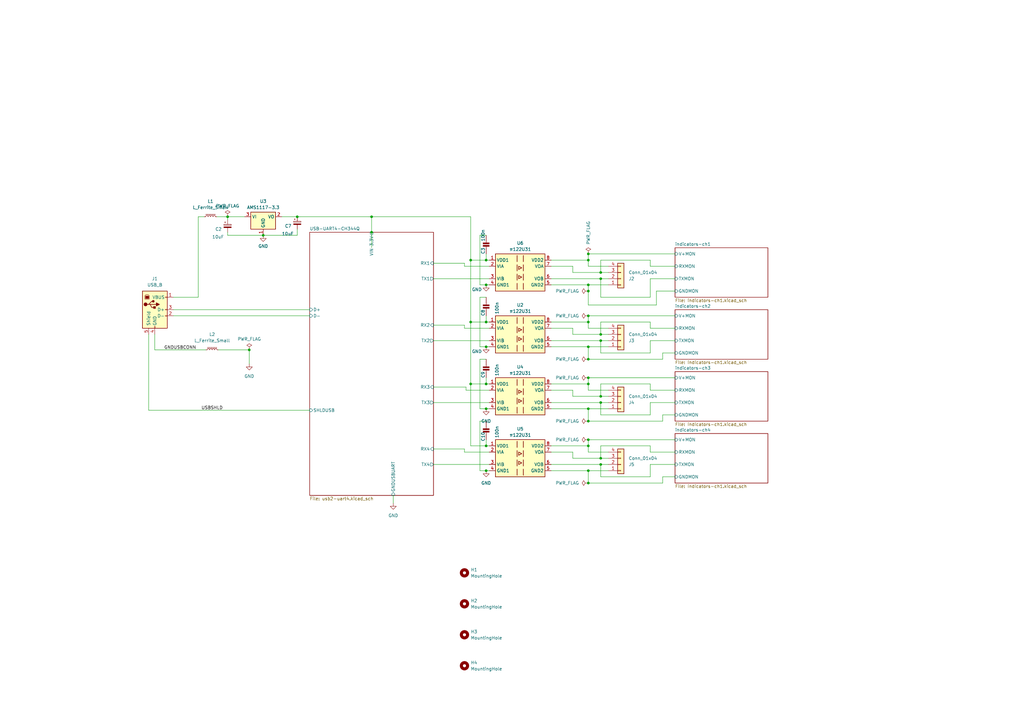
<source format=kicad_sch>
(kicad_sch (version 20230121) (generator eeschema)
  (paper "A3")
  (lib_symbols
    (symbol "Connector:USB_B" (pin_names (offset 1.016))
      (property "Reference" "J" (at -5.08 11.43 0))
      (property "Value" "USB_B" (at -5.08 8.89 0))
      (symbol "USB_B_0_1"
        (rectangle (start -5.08 -7.62) (end 5.08 7.62) (stroke (width 0.254)) (fill (type background)))
        (circle (center -3.81 2.159) (radius 0.635) (stroke (width 0.254)) (fill (type outline)))
        (rectangle (start -3.81 5.588) (end -2.54 4.572) (fill (type outline)))
        (circle (center -0.635 3.429) (radius 0.381) (stroke (width 0.254)) (fill (type outline)))
        (rectangle (start -0.127 -7.62) (end 0.127 -6.858))
        (polyline (pts (xy -1.905 2.159) (xy 0.635 2.159)) (stroke (width 0.254)))
        (polyline (pts (xy -3.175 2.159) (xy -2.54 2.159) (xy -1.27 3.429) (xy -0.635 3.429)) (stroke (width 0.254)))
        (polyline (pts (xy -2.54 2.159) (xy -1.905 2.159) (xy -1.27 0.889) (xy 0 0.889)) (stroke (width 0.254)))
        (polyline (pts (xy 0.635 2.794) (xy 0.635 1.524) (xy 1.905 2.159) (xy 0.635 2.794)) (stroke (width 0.254)) (fill (type outline)))
        (polyline (pts (xy -4.064 4.318) (xy -2.286 4.318) (xy -2.286 5.715) (xy -2.667 6.096) (xy -3.683 6.096) (xy -4.064 5.715) (xy -4.064 4.318)))
        (rectangle (start 0.254 1.27) (end -0.508 0.508) (stroke (width 0.254)) (fill (type outline)))
        (rectangle (start 5.08 -2.667) (end 4.318 -2.413))
        (rectangle (start 5.08 -0.127) (end 4.318 0.127))
        (rectangle (start 5.08 4.953) (end 4.318 5.207))
      )
      (symbol "USB_B_1_1"
        (pin power_out line (at 7.62 5.08 180) (length 2.54) (name "VBUS") (number "1"))
        (pin bidirectional line (at 7.62 -2.54 180) (length 2.54) (name "D-") (number "2"))
        (pin bidirectional line (at 7.62 0 180) (length 2.54) (name "D+") (number "3"))
        (pin power_out line (at 0 -10.16 90) (length 2.54) (name "GND") (number "4"))
        (pin passive line (at -2.54 -10.16 90) (length 2.54) (name "Shield") (number "5"))
      )
    )
    (symbol "Connector_Generic:Conn_01x04" (pin_names (offset 1.016) hide)
      (property "Reference" "J" (at 0 5.08 0))
      (property "Value" "Conn_01x04" (at 0 -7.62 0))
      (symbol "Conn_01x04_1_1"
        (rectangle (start -1.27 -4.953) (end 0 -5.207) (stroke (width 0.1524)))
        (rectangle (start -1.27 -2.413) (end 0 -2.667) (stroke (width 0.1524)))
        (rectangle (start -1.27 0.127) (end 0 -0.127) (stroke (width 0.1524)))
        (rectangle (start -1.27 2.667) (end 0 2.413) (stroke (width 0.1524)))
        (rectangle (start -1.27 3.81) (end 1.27 -6.35) (stroke (width 0.254)) (fill (type background)))
        (pin passive line (at -5.08 2.54 0) (length 3.81) (name "Pin_1") (number "1"))
        (pin passive line (at -5.08 0 0) (length 3.81) (name "Pin_2") (number "2"))
        (pin passive line (at -5.08 -2.54 0) (length 3.81) (name "Pin_3") (number "3"))
        (pin passive line (at -5.08 -5.08 0) (length 3.81) (name "Pin_4") (number "4"))
      )
    )
    (symbol "Device:C_Polarized_Small" (pin_numbers hide) (pin_names (offset 0.254) hide)
      (property "Reference" "C" (at 0.254 1.778 0))
      (property "Value" "C_Polarized_Small" (at 0.254 -2.032 0))
      (symbol "C_Polarized_Small_0_1"
        (rectangle (start -1.524 -0.3048) (end 1.524 -0.6858) (fill (type outline)))
        (rectangle (start -1.524 0.6858) (end 1.524 0.3048))
        (polyline (pts (xy -1.27 1.524) (xy -0.762 1.524)))
        (polyline (pts (xy -1.016 1.27) (xy -1.016 1.778)))
      )
      (symbol "C_Polarized_Small_1_1"
        (pin passive line (at 0 2.54 270) (length 1.8542) (name "~") (number "1"))
        (pin passive line (at 0 -2.54 90) (length 1.8542) (name "~") (number "2"))
      )
    )
    (symbol "Device:L_Ferrite_Small" (pin_numbers hide) (pin_names (offset 0.254) hide)
      (property "Reference" "L" (at 1.27 1.016 0))
      (property "Value" "L_Ferrite_Small" (at 1.27 -1.27 0))
      (symbol "L_Ferrite_Small_0_1"
        (arc (start 0 -2.032) (mid 0.5058 -1.524) (end 0 -1.016))
        (arc (start 0 -1.016) (mid 0.5058 -0.508) (end 0 0))
        (polyline (pts (xy 0.762 -1.905) (xy 0.762 -1.651)))
        (polyline (pts (xy 0.762 -1.397) (xy 0.762 -1.143)))
        (polyline (pts (xy 0.762 -0.889) (xy 0.762 -0.635)))
        (polyline (pts (xy 0.762 -0.381) (xy 0.762 -0.127)))
        (polyline (pts (xy 0.762 0.127) (xy 0.762 0.381)))
        (polyline (pts (xy 0.762 0.635) (xy 0.762 0.889)))
        (polyline (pts (xy 0.762 1.143) (xy 0.762 1.397)))
        (polyline (pts (xy 0.762 1.651) (xy 0.762 1.905)))
        (polyline (pts (xy 1.016 -1.651) (xy 1.016 -1.905)))
        (polyline (pts (xy 1.016 -1.143) (xy 1.016 -1.397)))
        (polyline (pts (xy 1.016 -0.635) (xy 1.016 -0.889)))
        (polyline (pts (xy 1.016 -0.127) (xy 1.016 -0.381)))
        (polyline (pts (xy 1.016 0.381) (xy 1.016 0.127)))
        (polyline (pts (xy 1.016 0.889) (xy 1.016 0.635)))
        (polyline (pts (xy 1.016 1.397) (xy 1.016 1.143)))
        (polyline (pts (xy 1.016 1.905) (xy 1.016 1.651)))
        (arc (start 0 0) (mid 0.5058 0.508) (end 0 1.016))
        (arc (start 0 1.016) (mid 0.5058 1.524) (end 0 2.032))
      )
      (symbol "L_Ferrite_Small_1_1"
        (pin passive line (at 0 2.54 270) (length 0.508) (name "~") (number "1"))
        (pin passive line (at 0 -2.54 90) (length 0.508) (name "~") (number "2"))
      )
    )
    (symbol "H_passives:CAP_NP" (pin_names (offset 1.016))
      (property "Reference" "C" (at -2.286 -0.0254 90))
      (property "Value" "CAP_NP" (at 2.286 -0.0254 90))
      (symbol "CAP_NP_1_0"
        (rectangle (start -1.27 -0.762) (end 1.27 -0.254) (fill (type outline)))
        (rectangle (start -1.27 0.254) (end 1.27 0.762) (fill (type outline)))
        (polyline (pts (xy 0 -0.508) (xy 0 -1.27)))
        (polyline (pts (xy 0 1.27) (xy 0 0.508)))
        (pin passive line (at 0 3.81 270) (length 2.54) (name "1") (number "1"))
        (pin passive line (at 0 -3.81 90) (length 2.54) (name "2") (number "2"))
      )
    )
    (symbol "Isolator:π120U31"
      (property "Reference" "U" (at -10.16 8.89 0))
      (property "Value" "π120U31" (at -2.032 8.89 0))
      (symbol "π120U31_0_1"
        (rectangle (start -10.16 7.62) (end 10.16 -7.62) (stroke (width 0.254)) (fill (type background)))
        (polyline (pts (xy -1.27 -4.445) (xy -1.27 -6.985)) (stroke (width 0.254)))
        (polyline (pts (xy -1.27 -0.635) (xy -1.27 -3.175)) (stroke (width 0.254)))
        (polyline (pts (xy -1.27 3.175) (xy -1.27 0.635)) (stroke (width 0.254)))
        (polyline (pts (xy -1.27 6.985) (xy -1.27 4.445)) (stroke (width 0.254)))
        (polyline (pts (xy 1.27 -4.445) (xy 1.27 -6.985)) (stroke (width 0.254)))
        (polyline (pts (xy 1.27 -0.635) (xy 1.27 -3.175)) (stroke (width 0.254)))
        (polyline (pts (xy 1.27 3.175) (xy 1.27 0.635)) (stroke (width 0.254)))
        (polyline (pts (xy 1.27 6.985) (xy 1.27 4.445)) (stroke (width 0.254)))
        (polyline (pts (xy -0.635 -1.27) (xy -0.635 -2.54) (xy 0.635 -1.905) (xy -0.635 -1.27)) (stroke (width 0.254)))
        (polyline (pts (xy -0.635 1.27) (xy 0.635 1.905) (xy -0.635 2.54) (xy -0.635 1.27)) (stroke (width 0.254)))
      )
      (symbol "π120U31_1_1"
        (pin power_in line (at -12.7 5.08 0) (length 2.54) (name "VDD1") (number "1"))
        (pin input line (at -12.7 2.54 0) (length 2.54) (name "VIA") (number "2"))
        (pin input line (at -12.7 -2.54 0) (length 2.54) (name "VIB") (number "3"))
        (pin power_in line (at -12.7 -5.08 0) (length 2.54) (name "GND1") (number "4"))
        (pin power_in line (at 12.7 -5.08 180) (length 2.54) (name "GND2") (number "5"))
        (pin output line (at 12.7 -2.54 180) (length 2.54) (name "VOB") (number "6"))
        (pin output line (at 12.7 2.54 180) (length 2.54) (name "VOA") (number "7"))
        (pin power_in line (at 12.7 5.08 180) (length 2.54) (name "VDD2") (number "8"))
      )
    )
    (symbol "Mechanical:MountingHole" (pin_names (offset 1.016))
      (property "Reference" "H" (at 0 5.08 0))
      (property "Value" "MountingHole" (at 0 3.175 0))
      (symbol "MountingHole_0_1"
        (circle (center 0 0) (radius 1.27) (stroke (width 1.27)))
      )
    )
    (symbol "Regulator_Linear:AMS1117-3.3"
      (property "Reference" "U" (at -3.81 3.175 0))
      (property "Value" "AMS1117-3.3" (at 0 3.175 0))
      (symbol "AMS1117-3.3_0_1"
        (rectangle (start -5.08 -5.08) (end 5.08 1.905) (stroke (width 0.254)) (fill (type background)))
      )
      (symbol "AMS1117-3.3_1_1"
        (pin power_in line (at 0 -7.62 90) (length 2.54) (name "GND") (number "1"))
        (pin power_out line (at 7.62 0 180) (length 2.54) (name "VO") (number "2"))
        (pin power_in line (at -7.62 0 0) (length 2.54) (name "VI") (number "3"))
      )
    )
    (symbol "power:GND" (power) (pin_names (offset 0))
      (property "Value" "GND" (at 0 -3.81 0))
      (symbol "GND_0_1"
        (polyline (pts (xy 0 0) (xy 0 -1.27) (xy 1.27 -1.27) (xy 0 -2.54) (xy -1.27 -1.27) (xy 0 -1.27)))
      )
      (symbol "GND_1_1"
        (pin power_in line (at 0 0 270) (length 0) hide (name "GND") (number "1"))
      )
    )
    (symbol "power:PWR_FLAG" (power) (pin_numbers hide) (pin_names (offset 0) hide)
      (property "Value" "PWR_FLAG" (at 0 3.81 0))
      (symbol "PWR_FLAG_0_0"
        (pin power_out line (at 0 0 90) (length 0) (name "pwr") (number "1"))
      )
      (symbol "PWR_FLAG_0_1"
        (polyline (pts (xy 0 0) (xy 0 1.27) (xy -1.016 1.905) (xy 0 2.54) (xy 1.016 1.905) (xy 0 1.27)))
      )
    )
  )
  (junction (at 199.39 167.64))
  (junction (at 241.3 193.04))
  (junction (at 246.38 137.16))
  (junction (at 241.3 180.34))
  (junction (at 241.3 106.68))
  (junction (at 246.38 190.5))
  (junction (at 241.3 154.94))
  (junction (at 241.3 104.14))
  (junction (at 199.39 132.08))
  (junction (at 193.04 132.08))
  (junction (at 246.38 165.1))
  (junction (at 107.95 96.52))
  (junction (at 241.3 116.84))
  (junction (at 199.39 157.48))
  (junction (at 241.3 142.24))
  (junction (at 246.38 111.76))
  (junction (at 241.3 167.64))
  (junction (at 199.39 182.88))
  (junction (at 193.04 157.48))
  (junction (at 121.92 88.9))
  (junction (at 241.3 157.48))
  (junction (at 199.39 116.84))
  (junction (at 199.39 193.04))
  (junction (at 199.39 106.68))
  (junction (at 241.3 119.38))
  (junction (at 241.3 198.12))
  (junction (at 241.3 132.08))
  (junction (at 93.345 88.9))
  (junction (at 152.4 95.25))
  (junction (at 102.235 143.51))
  (junction (at 241.3 147.32))
  (junction (at 246.38 162.56))
  (junction (at 199.39 142.24))
  (junction (at 241.3 129.54))
  (junction (at 246.38 114.3))
  (junction (at 241.3 182.88))
  (junction (at 193.04 106.68))
  (junction (at 246.38 187.96))
  (junction (at 152.4 88.9))
  (junction (at 241.3 172.72))
  (junction (at 246.38 139.7))
  (wire (pts (xy 71.12 127) (xy 127 127)))
  (wire (pts (xy 177.8 107.95) (xy 190.5 107.95)))
  (wire (pts (xy 241.3 104.14) (xy 241.3 106.68)))
  (wire (pts (xy 71.12 129.54) (xy 127 129.54)))
  (wire (pts (xy 81.28 88.9) (xy 83.82 88.9)))
  (wire (pts (xy 246.38 106.68) (xy 246.38 111.76)))
  (wire (pts (xy 234.95 111.76) (xy 246.38 111.76)))
  (wire (pts (xy 246.38 139.7) (xy 249.555 139.7)))
  (wire (pts (xy 196.85 121.92) (xy 199.39 121.92)))
  (wire (pts (xy 199.39 157.48) (xy 200.66 157.48)))
  (wire (pts (xy 241.3 198.12) (xy 241.3 193.04)))
  (wire (pts (xy 196.85 116.84) (xy 199.39 116.84)))
  (wire (pts (xy 241.3 116.84) (xy 249.555 116.84)))
  (wire (pts (xy 246.38 165.1) (xy 249.555 165.1)))
  (wire (pts (xy 196.85 142.24) (xy 199.39 142.24)))
  (wire (pts (xy 226.06 109.22) (xy 234.95 109.22)))
  (wire (pts (xy 121.92 93.98) (xy 121.92 96.52)))
  (wire (pts (xy 161.29 203.2) (xy 161.29 206.375)))
  (wire (pts (xy 266.7 157.48) (xy 246.38 157.48)))
  (wire (pts (xy 196.85 147.32) (xy 199.39 147.32)))
  (wire (pts (xy 269.24 125.095) (xy 241.3 125.095)))
  (wire (pts (xy 190.5 184.15) (xy 177.8 184.15)))
  (wire (pts (xy 266.7 190.5) (xy 266.7 195.58)))
  (wire (pts (xy 177.8 114.3) (xy 200.66 114.3)))
  (wire (pts (xy 226.06 132.08) (xy 241.3 132.08)))
  (wire (pts (xy 234.95 185.42) (xy 234.95 187.96)))
  (wire (pts (xy 276.86 165.1) (xy 266.7 165.1)))
  (wire (pts (xy 177.8 190.5) (xy 200.66 190.5)))
  (wire (pts (xy 266.7 114.3) (xy 266.7 121.92)))
  (wire (pts (xy 226.06 139.7) (xy 246.38 139.7)))
  (wire (pts (xy 191.135 158.75) (xy 191.135 160.02)))
  (wire (pts (xy 241.3 109.22) (xy 241.3 106.68)))
  (wire (pts (xy 226.06 167.64) (xy 241.3 167.64)))
  (wire (pts (xy 102.235 143.51) (xy 102.235 149.225)))
  (wire (pts (xy 199.39 129.54) (xy 199.39 132.08)))
  (wire (pts (xy 241.3 125.095) (xy 241.3 119.38)))
  (wire (pts (xy 271.78 195.58) (xy 271.78 198.12)))
  (wire (pts (xy 276.86 114.3) (xy 266.7 114.3)))
  (wire (pts (xy 88.9 88.9) (xy 93.345 88.9)))
  (wire (pts (xy 246.38 162.56) (xy 249.555 162.56)))
  (wire (pts (xy 193.04 132.08) (xy 199.39 132.08)))
  (wire (pts (xy 241.3 142.24) (xy 241.3 147.32)))
  (wire (pts (xy 266.7 132.08) (xy 246.38 132.08)))
  (wire (pts (xy 196.85 167.64) (xy 199.39 167.64)))
  (wire (pts (xy 241.3 154.94) (xy 276.86 154.94)))
  (wire (pts (xy 121.92 88.9) (xy 152.4 88.9)))
  (wire (pts (xy 226.06 114.3) (xy 246.38 114.3)))
  (wire (pts (xy 266.7 106.68) (xy 246.38 106.68)))
  (wire (pts (xy 271.78 144.78) (xy 271.78 147.32)))
  (wire (pts (xy 199.39 132.08) (xy 200.66 132.08)))
  (wire (pts (xy 196.85 172.72) (xy 199.39 172.72)))
  (wire (pts (xy 93.345 90.17) (xy 93.345 88.9)))
  (wire (pts (xy 246.38 187.96) (xy 249.555 187.96)))
  (wire (pts (xy 276.86 195.58) (xy 271.78 195.58)))
  (wire (pts (xy 115.57 88.9) (xy 121.92 88.9)))
  (wire (pts (xy 196.85 172.72) (xy 196.85 193.04)))
  (wire (pts (xy 190.5 107.95) (xy 190.5 109.22)))
  (wire (pts (xy 121.92 96.52) (xy 107.95 96.52)))
  (wire (pts (xy 276.86 144.78) (xy 271.78 144.78)))
  (wire (pts (xy 226.06 134.62) (xy 234.95 134.62)))
  (wire (pts (xy 266.7 160.02) (xy 266.7 157.48)))
  (wire (pts (xy 193.04 182.88) (xy 193.04 157.48)))
  (wire (pts (xy 241.3 182.88) (xy 241.3 180.34)))
  (wire (pts (xy 266.7 134.62) (xy 266.7 132.08)))
  (wire (pts (xy 93.345 88.9) (xy 100.33 88.9)))
  (wire (pts (xy 269.24 119.38) (xy 269.24 125.095)))
  (wire (pts (xy 246.38 165.1) (xy 246.38 170.18)))
  (wire (pts (xy 266.7 182.88) (xy 246.38 182.88)))
  (wire (pts (xy 226.06 185.42) (xy 234.95 185.42)))
  (wire (pts (xy 177.8 139.7) (xy 200.66 139.7)))
  (wire (pts (xy 241.3 167.64) (xy 249.555 167.64)))
  (wire (pts (xy 241.3 185.42) (xy 241.3 182.88)))
  (wire (pts (xy 241.3 154.94) (xy 241.3 157.48)))
  (wire (pts (xy 200.66 182.88) (xy 199.39 182.88)))
  (wire (pts (xy 102.235 143.51) (xy 89.535 143.51)))
  (wire (pts (xy 199.39 96.52) (xy 196.85 96.52)))
  (wire (pts (xy 241.3 185.42) (xy 249.555 185.42)))
  (wire (pts (xy 276.86 190.5) (xy 266.7 190.5)))
  (wire (pts (xy 190.5 134.62) (xy 200.66 134.62)))
  (wire (pts (xy 152.4 88.9) (xy 152.4 95.25)))
  (wire (pts (xy 93.345 95.25) (xy 93.345 96.52)))
  (wire (pts (xy 190.5 185.42) (xy 190.5 184.15)))
  (wire (pts (xy 276.86 170.18) (xy 271.78 170.18)))
  (wire (pts (xy 199.39 193.04) (xy 200.66 193.04)))
  (wire (pts (xy 241.3 157.48) (xy 226.06 157.48)))
  (wire (pts (xy 152.4 95.25) (xy 152.4 101.6)))
  (wire (pts (xy 266.7 144.78) (xy 246.38 144.78)))
  (wire (pts (xy 193.04 157.48) (xy 193.04 132.08)))
  (wire (pts (xy 266.7 109.22) (xy 266.7 106.68)))
  (wire (pts (xy 199.39 104.14) (xy 199.39 106.68)))
  (wire (pts (xy 193.04 106.68) (xy 193.04 88.9)))
  (wire (pts (xy 234.95 160.02) (xy 234.95 162.56)))
  (wire (pts (xy 271.78 170.18) (xy 271.78 172.72)))
  (wire (pts (xy 271.78 172.72) (xy 241.3 172.72)))
  (wire (pts (xy 246.38 114.3) (xy 249.555 114.3)))
  (wire (pts (xy 226.06 160.02) (xy 234.95 160.02)))
  (wire (pts (xy 234.95 162.56) (xy 246.38 162.56)))
  (wire (pts (xy 190.5 185.42) (xy 200.66 185.42)))
  (wire (pts (xy 241.3 167.64) (xy 241.3 172.72)))
  (wire (pts (xy 246.38 182.88) (xy 246.38 187.96)))
  (wire (pts (xy 241.3 119.38) (xy 241.3 116.84)))
  (wire (pts (xy 246.38 111.76) (xy 249.555 111.76)))
  (wire (pts (xy 177.8 165.1) (xy 200.66 165.1)))
  (wire (pts (xy 226.06 142.24) (xy 241.3 142.24)))
  (wire (pts (xy 271.78 198.12) (xy 241.3 198.12)))
  (wire (pts (xy 234.95 187.96) (xy 246.38 187.96)))
  (wire (pts (xy 226.06 116.84) (xy 241.3 116.84)))
  (wire (pts (xy 199.39 116.84) (xy 200.66 116.84)))
  (wire (pts (xy 199.39 154.94) (xy 199.39 157.48)))
  (wire (pts (xy 60.96 168.275) (xy 127 168.275)))
  (wire (pts (xy 241.3 180.34) (xy 276.86 180.34)))
  (wire (pts (xy 241.3 182.88) (xy 226.06 182.88)))
  (wire (pts (xy 276.86 109.22) (xy 266.7 109.22)))
  (wire (pts (xy 60.96 137.16) (xy 60.96 168.275)))
  (wire (pts (xy 226.06 165.1) (xy 246.38 165.1)))
  (wire (pts (xy 271.78 147.32) (xy 241.3 147.32)))
  (wire (pts (xy 196.85 121.92) (xy 196.85 142.24)))
  (wire (pts (xy 246.38 132.08) (xy 246.38 137.16)))
  (wire (pts (xy 276.86 160.02) (xy 266.7 160.02)))
  (wire (pts (xy 241.3 104.14) (xy 276.86 104.14)))
  (wire (pts (xy 246.38 190.5) (xy 246.38 195.58)))
  (wire (pts (xy 199.39 142.24) (xy 200.66 142.24)))
  (wire (pts (xy 190.5 133.35) (xy 190.5 134.62)))
  (wire (pts (xy 199.39 106.68) (xy 200.66 106.68)))
  (wire (pts (xy 196.85 96.52) (xy 196.85 116.84)))
  (wire (pts (xy 234.95 109.22) (xy 234.95 111.76)))
  (wire (pts (xy 276.86 119.38) (xy 269.24 119.38)))
  (wire (pts (xy 234.95 137.16) (xy 246.38 137.16)))
  (wire (pts (xy 226.06 193.04) (xy 241.3 193.04)))
  (wire (pts (xy 241.3 160.02) (xy 241.3 157.48)))
  (wire (pts (xy 241.3 132.08) (xy 241.3 129.54)))
  (wire (pts (xy 196.85 193.04) (xy 199.39 193.04)))
  (wire (pts (xy 193.04 88.9) (xy 152.4 88.9)))
  (wire (pts (xy 177.8 133.35) (xy 190.5 133.35)))
  (wire (pts (xy 199.39 182.88) (xy 193.04 182.88)))
  (wire (pts (xy 199.39 180.34) (xy 199.39 182.88)))
  (wire (pts (xy 241.3 142.24) (xy 249.555 142.24)))
  (wire (pts (xy 81.28 121.92) (xy 71.12 121.92)))
  (wire (pts (xy 226.06 190.5) (xy 246.38 190.5)))
  (wire (pts (xy 276.86 139.7) (xy 266.7 139.7)))
  (wire (pts (xy 193.04 157.48) (xy 199.39 157.48)))
  (wire (pts (xy 266.7 170.18) (xy 246.38 170.18)))
  (wire (pts (xy 266.7 121.92) (xy 246.38 121.92)))
  (wire (pts (xy 63.5 143.51) (xy 63.5 137.16)))
  (wire (pts (xy 276.86 134.62) (xy 266.7 134.62)))
  (wire (pts (xy 241.3 134.62) (xy 249.555 134.62)))
  (wire (pts (xy 266.7 185.42) (xy 266.7 182.88)))
  (wire (pts (xy 190.5 109.22) (xy 200.66 109.22)))
  (wire (pts (xy 266.7 139.7) (xy 266.7 144.78)))
  (wire (pts (xy 276.86 185.42) (xy 266.7 185.42)))
  (wire (pts (xy 241.3 129.54) (xy 276.86 129.54)))
  (wire (pts (xy 93.345 96.52) (xy 107.95 96.52)))
  (wire (pts (xy 84.455 143.51) (xy 63.5 143.51)))
  (wire (pts (xy 241.3 134.62) (xy 241.3 132.08)))
  (wire (pts (xy 246.38 157.48) (xy 246.38 162.56)))
  (wire (pts (xy 241.3 160.02) (xy 249.555 160.02)))
  (wire (pts (xy 177.8 158.75) (xy 191.135 158.75)))
  (wire (pts (xy 246.38 190.5) (xy 249.555 190.5)))
  (wire (pts (xy 234.95 134.62) (xy 234.95 137.16)))
  (wire (pts (xy 266.7 195.58) (xy 246.38 195.58)))
  (wire (pts (xy 246.38 139.7) (xy 246.38 144.78)))
  (wire (pts (xy 193.04 106.68) (xy 199.39 106.68)))
  (wire (pts (xy 246.38 137.16) (xy 249.555 137.16)))
  (wire (pts (xy 241.3 193.04) (xy 249.555 193.04)))
  (wire (pts (xy 246.38 114.3) (xy 246.38 121.92)))
  (wire (pts (xy 196.85 147.32) (xy 196.85 167.64)))
  (wire (pts (xy 241.3 109.22) (xy 249.555 109.22)))
  (wire (pts (xy 266.7 165.1) (xy 266.7 170.18)))
  (wire (pts (xy 226.06 106.68) (xy 241.3 106.68)))
  (wire (pts (xy 199.39 167.64) (xy 200.66 167.64)))
  (wire (pts (xy 191.135 160.02) (xy 200.66 160.02)))
  (wire (pts (xy 193.04 132.08) (xy 193.04 106.68)))
  (wire (pts (xy 81.28 88.9) (xy 81.28 121.92)))
  (label "USBSHLD" (at 82.55 168.275 0))
  (label "GNDUSBCONN" (at 67.31 143.51 0))
  (symbol (lib_id "power:PWR_FLAG") (at 241.3 129.54 90) (unit 1)
    (property "Reference" "#FLG03" (effects hide))
    (property "Value" "PWR_FLAG" (at 237.49 129.54 90) (effects (justify left)))
  )
  (symbol (lib_id "power:PWR_FLAG") (at 241.3 180.34 90) (unit 1)
    (property "Reference" "#FLG01" (effects hide))
    (property "Value" "PWR_FLAG" (at 237.49 180.34 90) (effects (justify left)))
  )
  (symbol (lib_id "Connector_Generic:Conn_01x04") (at 254.635 139.7 0) (mirror x) (unit 1)
    (property "Reference" "J3" (at 257.81 139.7 0) (effects (justify left)))
    (property "Value" "Conn_01x04" (at 257.81 137.16 0) (effects (justify left)))
    (property "Footprint" "Connector_JST:JST_XH_B4B-XH-A_1x04_P2.50mm_Vertical" (effects hide))
  )
  (symbol (lib_id "Mechanical:MountingHole") (at 190.5 247.65 0) (unit 1)
    (property "Reference" "H2" (at 193.04 246.38 0) (effects (justify left)))
    (property "Value" "MountingHole" (at 193.04 248.92 0) (effects (justify left)))
    (property "Footprint" "MountingHole:MountingHole_3.2mm_M3" (effects hide))
  )
  (symbol (lib_id "power:GND") (at 102.235 149.225 0) (unit 1)
    (property "Reference" "#PWR01" (effects hide))
    (property "Value" "GND" (at 102.235 154.305 0))
  )
  (symbol (lib_id "Connector:USB_B") (at 63.5 127 0) (unit 1)
    (property "Reference" "J1" (at 63.5 114.3 0))
    (property "Value" "USB_B" (at 63.5 116.84 0))
    (property "Footprint" "Connector_USB:USB_B_TE_5787834_Vertical" (effects hide))
    (property "Datasheet" " ~" (effects hide))
  )
  (symbol (lib_id "Mechanical:MountingHole") (at 190.5 260.35 0) (unit 1)
    (property "Reference" "H3" (at 193.04 259.08 0) (effects (justify left)))
    (property "Value" "MountingHole" (at 193.04 261.62 0) (effects (justify left)))
    (property "Footprint" "MountingHole:MountingHole_3.2mm_M3" (effects hide))
  )
  (symbol (lib_id "Device:C_Polarized_Small") (at 93.345 92.71 0) (unit 1)
    (property "Reference" "C2" (at 88.265 93.98 0) (effects (justify left)))
    (property "Value" "10uF" (at 86.995 97.155 0) (effects (justify left)))
    (property "Footprint" "Capacitor_SMD:C_0805_2012Metric_Pad1.18x1.45mm_HandSolder" (effects hide))
  )
  (symbol (lib_id "power:PWR_FLAG") (at 241.3 147.32 90) (unit 1)
    (property "Reference" "#FLG08" (effects hide))
    (property "Value" "PWR_FLAG" (at 237.49 147.32 90) (effects (justify left)))
  )
  (symbol (lib_id "Connector_Generic:Conn_01x04") (at 254.635 114.3 0) (mirror x) (unit 1)
    (property "Reference" "J2" (at 257.81 114.3 0) (effects (justify left)))
    (property "Value" "Conn_01x04" (at 257.81 111.76 0) (effects (justify left)))
    (property "Footprint" "Connector_JST:JST_XH_B4B-XH-A_1x04_P2.50mm_Vertical" (effects hide))
  )
  (symbol (lib_id "power:PWR_FLAG") (at 102.235 143.51 0) (unit 1)
    (property "Reference" "#FLG010" (effects hide))
    (property "Value" "PWR_FLAG" (at 102.235 139.065 0))
  )
  (symbol (lib_id "Regulator_Linear:AMS1117-3.3") (at 107.95 88.9 0) (unit 1)
    (property "Reference" "U3" (at 107.95 82.55 0))
    (property "Value" "AMS1117-3.3" (at 107.95 85.09 0))
    (property "Footprint" "Package_TO_SOT_SMD:SOT-223-3_TabPin2" (effects hide))
    (property "Datasheet" "http://www.advanced-monolithic.com/pdf/ds1117.pdf" (effects hide))
  )
  (symbol (lib_id "H_passives:CAP_NP") (at 199.39 176.53 0) (unit 1)
    (property "Reference" "C10" (at 198.12 179.07 90))
    (property "Value" "100n" (at 203.835 177.165 90))
    (property "Footprint" "Capacitor_SMD:C_0805_2012Metric_Pad1.18x1.45mm_HandSolder" (effects hide))
  )
  (symbol (lib_id "Isolator:π120U31") (at 213.36 137.16 0) (unit 1)
    (property "Reference" "U2" (at 213.36 125.095 0))
    (property "Value" "π122U31" (at 213.36 127.635 0))
    (property "Footprint" "Package_SO:SOIC-8_3.9x4.9mm_P1.27mm" (effects hide))
    (property "Datasheet" "http://www.rpsemi.com/public/doc/2Pai_%CF%8012xUxx_20200416_EN.pdf" (effects hide))
  )
  (symbol (lib_id "power:GND") (at 199.39 167.64 0) (unit 1)
    (property "Reference" "#PWR013" (effects hide))
    (property "Value" "GND" (at 199.39 172.72 0))
  )
  (symbol (lib_id "power:GND") (at 199.39 193.04 0) (unit 1)
    (property "Reference" "#PWR014" (effects hide))
    (property "Value" "GND" (at 199.39 198.12 0))
  )
  (symbol (lib_id "power:GND") (at 199.39 116.84 0) (unit 1)
    (property "Reference" "#PWR09" (effects hide))
    (property "Value" "GND" (at 195.58 118.745 0))
  )
  (symbol (lib_id "Device:L_Ferrite_Small") (at 86.36 88.9 90) (unit 1)
    (property "Reference" "L1" (at 86.36 82.55 90))
    (property "Value" "L_Ferrite_Small" (at 86.36 85.09 90))
    (property "Footprint" "Inductor_SMD:L_TDK_NLV25_2.5x2.0mm" (effects hide))
  )
  (symbol (lib_id "power:GND") (at 199.39 142.24 0) (mirror y) (unit 1)
    (property "Reference" "#PWR04" (effects hide))
    (property "Value" "GND" (at 195.58 144.145 0))
  )
  (symbol (lib_id "power:PWR_FLAG") (at 93.345 88.9 0) (unit 1)
    (property "Reference" "#FLG09" (effects hide))
    (property "Value" "PWR_FLAG" (at 93.345 84.455 0))
  )
  (symbol (lib_id "power:PWR_FLAG") (at 241.3 172.72 90) (unit 1)
    (property "Reference" "#FLG06" (effects hide))
    (property "Value" "PWR_FLAG" (at 237.49 172.72 90) (effects (justify left)))
  )
  (symbol (lib_id "Isolator:π120U31") (at 213.36 111.76 0) (unit 1)
    (property "Reference" "U6" (at 213.36 99.695 0))
    (property "Value" "π122U31" (at 213.36 102.235 0))
    (property "Footprint" "Package_SO:SOIC-8_3.9x4.9mm_P1.27mm" (effects hide))
    (property "Datasheet" "http://www.rpsemi.com/public/doc/2Pai_%CF%8012xUxx_20200416_EN.pdf" (effects hide))
  )
  (symbol (lib_id "power:PWR_FLAG") (at 241.3 119.38 90) (unit 1)
    (property "Reference" "#FLG05" (effects hide))
    (property "Value" "PWR_FLAG" (at 237.49 119.38 90) (effects (justify left)))
  )
  (symbol (lib_id "power:PWR_FLAG") (at 241.3 104.14 0) (unit 1)
    (property "Reference" "#FLG04" (effects hide))
    (property "Value" "PWR_FLAG" (at 241.3 100.33 90) (effects (justify left)))
  )
  (symbol (lib_id "Isolator:π120U31") (at 213.36 187.96 0) (unit 1)
    (property "Reference" "U5" (at 213.36 175.895 0))
    (property "Value" "π122U31" (at 213.36 178.435 0))
    (property "Footprint" "Package_SO:SOIC-8_3.9x4.9mm_P1.27mm" (effects hide))
    (property "Datasheet" "http://www.rpsemi.com/public/doc/2Pai_%CF%8012xUxx_20200416_EN.pdf" (effects hide))
  )
  (symbol (lib_id "H_passives:CAP_NP") (at 199.39 125.73 0) (unit 1)
    (property "Reference" "C8" (at 198.12 128.27 90))
    (property "Value" "100n" (at 203.835 126.365 90))
    (property "Footprint" "Capacitor_SMD:C_0805_2012Metric_Pad1.18x1.45mm_HandSolder" (effects hide))
  )
  (symbol (lib_id "Connector_Generic:Conn_01x04") (at 254.635 190.5 0) (mirror x) (unit 1)
    (property "Reference" "J5" (at 257.81 190.5 0) (effects (justify left)))
    (property "Value" "Conn_01x04" (at 257.81 187.96 0) (effects (justify left)))
    (property "Footprint" "Connector_JST:JST_XH_B4B-XH-A_1x04_P2.50mm_Vertical" (effects hide))
  )
  (symbol (lib_id "power:PWR_FLAG") (at 241.3 198.12 90) (unit 1)
    (property "Reference" "#FLG07" (effects hide))
    (property "Value" "PWR_FLAG" (at 237.49 198.12 90) (effects (justify left)))
  )
  (symbol (lib_id "H_passives:CAP_NP") (at 199.39 151.13 0) (unit 1)
    (property "Reference" "C9" (at 198.12 153.67 90))
    (property "Value" "100n" (at 203.835 151.765 90))
    (property "Footprint" "Capacitor_SMD:C_0805_2012Metric_Pad1.18x1.45mm_HandSolder" (effects hide))
  )
  (symbol (lib_id "Device:L_Ferrite_Small") (at 86.995 143.51 90) (unit 1)
    (property "Reference" "L2" (at 86.995 137.16 90))
    (property "Value" "L_Ferrite_Small" (at 86.995 139.7 90))
    (property "Footprint" "Inductor_SMD:L_TDK_NLV25_2.5x2.0mm" (effects hide))
  )
  (symbol (lib_id "Connector_Generic:Conn_01x04") (at 254.635 165.1 0) (mirror x) (unit 1)
    (property "Reference" "J4" (at 257.81 165.1 0) (effects (justify left)))
    (property "Value" "Conn_01x04" (at 257.81 162.56 0) (effects (justify left)))
    (property "Footprint" "Connector_JST:JST_XH_B4B-XH-A_1x04_P2.50mm_Vertical" (effects hide))
  )
  (symbol (lib_id "power:GND") (at 107.95 96.52 0) (unit 1)
    (property "Reference" "#PWR02" (effects hide))
    (property "Value" "GND" (at 107.95 100.965 0))
  )
  (symbol (lib_id "Mechanical:MountingHole") (at 190.5 234.95 0) (unit 1)
    (property "Reference" "H1" (at 193.04 233.68 0) (effects (justify left)))
    (property "Value" "MountingHole" (at 193.04 236.22 0) (effects (justify left)))
    (property "Footprint" "MountingHole:MountingHole_3.2mm_M3" (effects hide))
  )
  (symbol (lib_id "power:PWR_FLAG") (at 241.3 154.94 90) (unit 1)
    (property "Reference" "#FLG02" (effects hide))
    (property "Value" "PWR_FLAG" (at 237.49 154.94 90) (effects (justify left)))
  )
  (symbol (lib_id "Device:C_Polarized_Small") (at 121.92 91.44 0) (unit 1)
    (property "Reference" "C7" (at 116.84 92.71 0) (effects (justify left)))
    (property "Value" "10uF" (at 115.57 95.885 0) (effects (justify left)))
    (property "Footprint" "Capacitor_SMD:C_0805_2012Metric_Pad1.18x1.45mm_HandSolder" (effects hide))
  )
  (symbol (lib_id "H_passives:CAP_NP") (at 199.39 100.33 0) (unit 1)
    (property "Reference" "C3" (at 198.12 102.87 90))
    (property "Value" "100n" (at 198.12 96.52 90))
    (property "Footprint" "Capacitor_SMD:C_0805_2012Metric_Pad1.18x1.45mm_HandSolder" (effects hide))
  )
  (symbol (lib_id "Isolator:π120U31") (at 213.36 162.56 0) (unit 1)
    (property "Reference" "U4" (at 213.36 150.495 0))
    (property "Value" "π122U31" (at 213.36 153.035 0))
    (property "Footprint" "Package_SO:SOIC-8_3.9x4.9mm_P1.27mm" (effects hide))
    (property "Datasheet" "http://www.rpsemi.com/public/doc/2Pai_%CF%8012xUxx_20200416_EN.pdf" (effects hide))
  )
  (symbol (lib_id "power:GND") (at 161.29 206.375 0) (unit 1)
    (property "Reference" "#PWR03" (effects hide))
    (property "Value" "GND" (at 161.29 211.455 0))
  )
  (symbol (lib_id "Mechanical:MountingHole") (at 190.5 273.05 0) (unit 1)
    (property "Reference" "H4" (at 193.04 271.78 0) (effects (justify left)))
    (property "Value" "MountingHole" (at 193.04 274.32 0) (effects (justify left)))
    (property "Footprint" "MountingHole:MountingHole_3.2mm_M3" (effects hide))
  )
  (sheet (at 127 95.25) (size 50.8 107.95) (stroke (width 0.1524))
    (property "Sheetname" "USB-UART4-CH344Q" (at 127 94.5384 0) (effects (justify left bottom)))
    (property "Sheetfile" "usb2-uart4.kicad_sch" (at 127 203.7846 0) (effects (justify left top)))
    (pin "D-" input (at 127 129.54 180))
    (pin "D+" input (at 127 127 180))
    (pin "VIN 3.3V" input (at 152.4 95.25 90))
    (pin "TX4" output (at 177.8 190.5 0))
    (pin "RX4" input (at 177.8 184.15 0))
    (pin "RX3" input (at 177.8 158.75 0))
    (pin "TX3" output (at 177.8 165.1 0))
    (pin "RX1" input (at 177.8 107.95 0))
    (pin "TX2" output (at 177.8 139.7 0))
    (pin "RX2" input (at 177.8 133.35 0))
    (pin "TX1" output (at 177.8 114.3 0))
    (pin "GNDUSBUART" input (at 161.29 203.2 270))
    (pin "SHLDUSB" input (at 127 168.275 180))
  )
  (sheet (at 276.86 177.8) (size 38.1 20.32) (stroke (width 0.1524))
    (property "Sheetname" "indicators-ch4" (at 276.86 177.0884 0) (effects (justify left bottom)))
    (property "Sheetfile" "indicators-ch1.kicad_sch" (at 276.86 198.7046 0) (effects (justify left top)))
    (pin "RXMON" input (at 276.86 185.42 180))
    (pin "TXMON" input (at 276.86 190.5 180))
    (pin "V+MON" input (at 276.86 180.34 180))
    (pin "GNDMON" input (at 276.86 195.58 180))
  )
  (sheet (at 276.86 127) (size 38.1 20.32) (stroke (width 0.1524))
    (property "Sheetname" "indicators-ch2" (at 276.86 126.2884 0) (effects (justify left bottom)))
    (property "Sheetfile" "indicators-ch1.kicad_sch" (at 276.86 147.9046 0) (effects (justify left top)))
    (pin "RXMON" input (at 276.86 134.62 180))
    (pin "TXMON" input (at 276.86 139.7 180))
    (pin "V+MON" input (at 276.86 129.54 180))
    (pin "GNDMON" input (at 276.86 144.78 180))
  )
  (sheet (at 276.86 101.6) (size 38.1 20.32) (stroke (width 0.1524))
    (property "Sheetname" "indicators-ch1" (at 276.86 100.8884 0) (effects (justify left bottom)))
    (property "Sheetfile" "indicators-ch1.kicad_sch" (at 276.86 122.5046 0) (effects (justify left top)))
    (pin "RXMON" input (at 276.86 109.22 180))
    (pin "TXMON" input (at 276.86 114.3 180))
    (pin "V+MON" input (at 276.86 104.14 180))
    (pin "GNDMON" input (at 276.86 119.38 180))
  )
  (sheet (at 276.86 152.4) (size 38.1 20.32) (stroke (width 0.1524))
    (property "Sheetname" "indicators-ch3" (at 276.86 151.6884 0) (effects (justify left bottom)))
    (property "Sheetfile" "indicators-ch1.kicad_sch" (at 276.86 173.3046 0) (effects (justify left top)))
    (pin "RXMON" input (at 276.86 160.02 180))
    (pin "TXMON" input (at 276.86 165.1 180))
    (pin "V+MON" input (at 276.86 154.94 180))
    (pin "GNDMON" input (at 276.86 170.18 180))
  )
)
</source>
